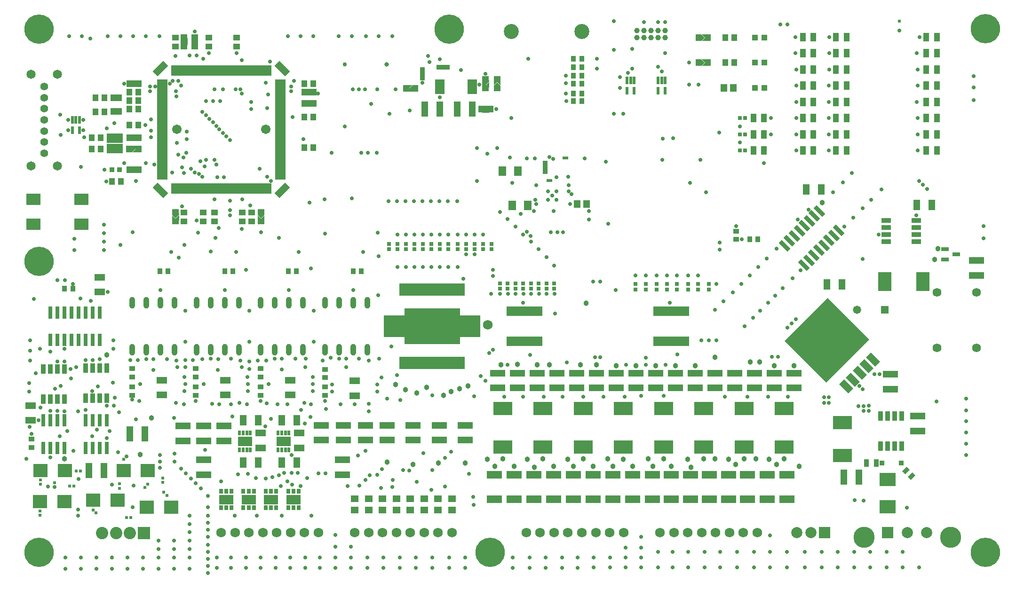
<source format=gts>
G04*
G04 #@! TF.GenerationSoftware,Altium Limited,Altium Designer,19.1.5 (86)*
G04*
G04 Layer_Color=8388736*
%FSLAX25Y25*%
%MOIN*%
G70*
G01*
G75*
%ADD46R,0.03937X0.03937*%
%ADD79R,0.02375X0.05524*%
%ADD80R,0.04587X0.03800*%
%ADD81R,0.03800X0.04587*%
%ADD82R,0.04800X0.04000*%
%ADD83R,0.06607X0.02572*%
%ADD84R,0.04000X0.04800*%
%ADD85R,0.05131X0.11036*%
%ADD86R,0.15800X0.15800*%
%ADD87R,0.39383X0.25210*%
%ADD88R,0.02572X0.08674*%
%ADD89R,0.03000X0.08600*%
G04:AMPARAMS|DCode=90|XSize=85.56mil|YSize=31.23mil|CornerRadius=0mil|HoleSize=0mil|Usage=FLASHONLY|Rotation=315.000|XOffset=0mil|YOffset=0mil|HoleType=Round|Shape=Rectangle|*
%AMROTATEDRECTD90*
4,1,4,-0.04129,0.01921,-0.01921,0.04129,0.04129,-0.01921,0.01921,-0.04129,-0.04129,0.01921,0.0*
%
%ADD90ROTATEDRECTD90*%

%ADD91R,0.03359X0.06804*%
%ADD92R,0.05721X0.03162*%
%ADD93R,0.06804X0.03359*%
%ADD94R,0.04343X0.06312*%
%ADD95R,0.02769X0.03162*%
%ADD96R,0.02513X0.06686*%
%ADD97R,0.09855X0.07887*%
%ADD98R,0.04343X0.04737*%
%ADD99R,0.03800X0.03800*%
G04:AMPARAMS|DCode=100|XSize=47.37mil|YSize=106.42mil|CornerRadius=0mil|HoleSize=0mil|Usage=FLASHONLY|Rotation=225.000|XOffset=0mil|YOffset=0mil|HoleType=Round|Shape=Rectangle|*
%AMROTATEDRECTD100*
4,1,4,-0.02088,0.05438,0.05438,-0.02088,0.02088,-0.05438,-0.05438,0.02088,-0.02088,0.05438,0.0*
%
%ADD100ROTATEDRECTD100*%

G04:AMPARAMS|DCode=101|XSize=47.37mil|YSize=106.42mil|CornerRadius=0mil|HoleSize=0mil|Usage=FLASHONLY|Rotation=315.000|XOffset=0mil|YOffset=0mil|HoleType=Round|Shape=Rectangle|*
%AMROTATEDRECTD101*
4,1,4,-0.05438,-0.02088,0.02088,0.05438,0.05438,0.02088,-0.02088,-0.05438,-0.05438,-0.02088,0.0*
%
%ADD101ROTATEDRECTD101*%

%ADD102R,0.07296X0.01981*%
%ADD103R,0.01981X0.07296*%
%ADD104R,0.07887X0.04737*%
%ADD105R,0.11430X0.06706*%
%ADD106R,0.05800X0.06800*%
%ADD107C,0.03937*%
%ADD108R,0.03740X0.05512*%
G04:AMPARAMS|DCode=109|XSize=43.31mil|YSize=29.13mil|CornerRadius=0mil|HoleSize=0mil|Usage=FLASHONLY|Rotation=225.000|XOffset=0mil|YOffset=0mil|HoleType=Round|Shape=Rectangle|*
%AMROTATEDRECTD109*
4,1,4,0.00501,0.02561,0.02561,0.00501,-0.00501,-0.02561,-0.02561,-0.00501,0.00501,0.02561,0.0*
%
%ADD109ROTATEDRECTD109*%

%ADD110R,0.11824X0.09265*%
%ADD111R,0.03674X0.03792*%
G04:AMPARAMS|DCode=112|XSize=93.04mil|YSize=50.13mil|CornerRadius=0mil|HoleSize=0mil|Usage=FLASHONLY|Rotation=315.000|XOffset=0mil|YOffset=0mil|HoleType=Round|Shape=Rectangle|*
%AMROTATEDRECTD112*
4,1,4,-0.05062,0.01517,-0.01517,0.05062,0.05062,-0.01517,0.01517,-0.05062,-0.05062,0.01517,0.0*
%
%ADD112ROTATEDRECTD112*%

G04:AMPARAMS|DCode=113|XSize=433.2mil|YSize=417.84mil|CornerRadius=0mil|HoleSize=0mil|Usage=FLASHONLY|Rotation=45.000|XOffset=0mil|YOffset=0mil|HoleType=Round|Shape=Rectangle|*
%AMROTATEDRECTD113*
4,1,4,-0.00543,-0.30089,-0.30089,-0.00543,0.00543,0.30089,0.30089,0.00543,-0.00543,-0.30089,0.0*
%
%ADD113ROTATEDRECTD113*%

%ADD114R,0.11036X0.05131*%
%ADD115R,0.13202X0.09658*%
%ADD116R,0.10249X0.07099*%
%ADD117R,0.02572X0.03753*%
%ADD118R,0.02178X0.03753*%
%ADD119R,0.07493X0.05131*%
%ADD120R,0.05800X0.04800*%
%ADD121R,0.05131X0.07493*%
%ADD122R,0.09658X0.13202*%
%ADD123R,0.03556X0.04343*%
%ADD124R,0.05131X0.05524*%
%ADD125R,0.04737X0.04343*%
%ADD126R,0.04343X0.03556*%
%ADD127R,0.11036X0.05524*%
%ADD128R,0.03162X0.02769*%
%ADD129R,0.03123X0.08556*%
%ADD130R,0.09855X0.09265*%
%ADD131O,0.04147X0.08280*%
%ADD132R,0.08772X0.08772*%
%ADD133C,0.08772*%
%ADD134C,0.06509*%
%ADD135C,0.05524*%
%ADD136C,0.05820*%
%ADD137R,0.05820X0.05820*%
%ADD138C,0.06237*%
%ADD139C,0.06800*%
%ADD140C,0.07887*%
%ADD141R,0.07887X0.07887*%
%ADD142C,0.06706*%
%ADD143C,0.02953*%
%ADD144C,0.03150*%
%ADD145C,0.10642*%
%ADD146C,0.00394*%
%ADD147C,0.14973*%
%ADD148C,0.20800*%
%ADD149C,0.02400*%
%ADD150C,0.02800*%
%ADD151C,0.03800*%
G36*
X84125Y294000D02*
Y291600D01*
X80325D01*
X82725Y294000D01*
X80325Y296400D01*
X84125D01*
Y294000D01*
D02*
G37*
G36*
X82525D02*
X80125Y291600D01*
X79125D01*
Y296400D01*
X80125D01*
X82525Y294000D01*
D02*
G37*
G36*
X84000Y308500D02*
Y306100D01*
X80200D01*
X82600Y308500D01*
X80200Y310900D01*
X84000D01*
Y308500D01*
D02*
G37*
G36*
X82400D02*
X80000Y306100D01*
X79000D01*
Y310900D01*
X80000D01*
X82400Y308500D01*
D02*
G37*
G36*
X113400Y261875D02*
X111000Y259475D01*
X108600Y261875D01*
Y262875D01*
X113400D01*
Y261875D01*
D02*
G37*
G36*
Y257875D02*
X108600D01*
Y261675D01*
X111000Y259275D01*
X113400Y261675D01*
Y257875D01*
D02*
G37*
G36*
X173900Y261875D02*
X171500Y259475D01*
X169100Y261875D01*
Y262875D01*
X173900D01*
Y261875D01*
D02*
G37*
G36*
Y257875D02*
X169100D01*
Y261675D01*
X171500Y259275D01*
X173900Y261675D01*
Y257875D01*
D02*
G37*
G36*
X84125Y316500D02*
Y314100D01*
X80325D01*
X82725Y316500D01*
X80325Y318900D01*
X84125D01*
Y316500D01*
D02*
G37*
G36*
X82525D02*
X80125Y314100D01*
X79125D01*
Y318900D01*
X80125D01*
X82525Y316500D01*
D02*
G37*
G36*
X84125Y355000D02*
Y352600D01*
X80325D01*
X82725Y355000D01*
X80325Y357400D01*
X84125D01*
Y355000D01*
D02*
G37*
G36*
X82525D02*
X80125Y352600D01*
X79125D01*
Y357400D01*
X80125D01*
X82525Y355000D01*
D02*
G37*
G36*
X119400Y383325D02*
X117000Y385725D01*
X114600Y383325D01*
Y387125D01*
X119400D01*
Y383325D01*
D02*
G37*
G36*
Y383125D02*
Y382125D01*
X114600D01*
Y383125D01*
X117000Y385525D01*
X119400Y383125D01*
D02*
G37*
G36*
X126900Y383325D02*
X124500Y385725D01*
X122100Y383325D01*
Y387125D01*
X126900D01*
Y383325D01*
D02*
G37*
G36*
Y383125D02*
Y382125D01*
X122100D01*
Y383125D01*
X124500Y385525D01*
X126900Y383125D01*
D02*
G37*
G36*
X487625Y387500D02*
Y385100D01*
X483825D01*
X486225Y387500D01*
X483825Y389900D01*
X487625D01*
Y387500D01*
D02*
G37*
G36*
X486025D02*
X483625Y385100D01*
X482625D01*
Y389900D01*
X483625D01*
X486025Y387500D01*
D02*
G37*
G36*
X487625Y370000D02*
Y367600D01*
X483825D01*
X486225Y370000D01*
X483825Y372400D01*
X487625D01*
Y370000D01*
D02*
G37*
G36*
X486025D02*
X483625Y367600D01*
X482625D01*
Y372400D01*
X483625D01*
X486025Y370000D01*
D02*
G37*
G36*
X333100Y356275D02*
X330700Y353875D01*
X328300Y356275D01*
Y357275D01*
X333100D01*
Y356275D01*
D02*
G37*
G36*
X341300Y353725D02*
X338900Y356125D01*
X336500Y353725D01*
Y357525D01*
X341300D01*
Y353725D01*
D02*
G37*
G36*
X333100Y352275D02*
X328300D01*
Y356075D01*
X330700Y353675D01*
X333100Y356075D01*
Y352275D01*
D02*
G37*
G36*
X341300Y353525D02*
Y352525D01*
X336500D01*
Y353525D01*
X338900Y355925D01*
X341300Y353525D01*
D02*
G37*
G36*
X279996Y349179D02*
X278996D01*
X276596Y351579D01*
X278996Y353979D01*
X279996D01*
Y349179D01*
D02*
G37*
G36*
X276396Y351579D02*
X278796Y349179D01*
X274996D01*
Y351579D01*
Y353979D01*
X278796D01*
X276396Y351579D01*
D02*
G37*
G36*
X208125Y349000D02*
Y346600D01*
X204325D01*
X206725Y349000D01*
X204325Y351400D01*
X208125D01*
Y349000D01*
D02*
G37*
G36*
X206525D02*
X204125Y346600D01*
X203125D01*
Y351400D01*
X204125D01*
X206525Y349000D01*
D02*
G37*
G36*
X208125Y341000D02*
Y338600D01*
X204325D01*
X206725Y341000D01*
X204325Y343400D01*
X208125D01*
Y341000D01*
D02*
G37*
G36*
X206525D02*
X204125Y338600D01*
X203125D01*
Y343400D01*
X204125D01*
X206525Y341000D01*
D02*
G37*
G36*
X333375Y334400D02*
X332375D01*
X329975Y336800D01*
X332375Y339200D01*
X333375D01*
Y334400D01*
D02*
G37*
G36*
X329775Y336800D02*
X332175Y334400D01*
X328375D01*
Y336800D01*
Y339200D01*
X332175D01*
X329775Y336800D01*
D02*
G37*
D46*
X521698Y369784D02*
D03*
X528391D02*
D03*
X521698Y387557D02*
D03*
X528391D02*
D03*
Y352000D02*
D03*
X521698D02*
D03*
D79*
X42859Y329240D02*
D03*
X40300D02*
D03*
X37741D02*
D03*
Y321760D02*
D03*
X42859D02*
D03*
X458059Y349760D02*
D03*
X452941D02*
D03*
Y357240D02*
D03*
X455500D02*
D03*
X458059D02*
D03*
X436059D02*
D03*
X433500D02*
D03*
X430941D02*
D03*
Y349760D02*
D03*
X436059D02*
D03*
D80*
X298238Y366700D02*
D03*
X302962D02*
D03*
D81*
X286000Y364362D02*
D03*
Y359638D02*
D03*
X373000Y297862D02*
D03*
Y293138D02*
D03*
D82*
X338900Y351525D02*
D03*
Y358275D02*
D03*
X330700D02*
D03*
Y351525D02*
D03*
X124500Y387875D02*
D03*
Y381125D02*
D03*
X117000Y387875D02*
D03*
Y381125D02*
D03*
X171500Y257125D02*
D03*
Y263875D02*
D03*
X111000Y257125D02*
D03*
Y263875D02*
D03*
D83*
X298233Y348961D02*
D03*
Y351520D02*
D03*
Y354080D02*
D03*
Y356639D02*
D03*
X321367D02*
D03*
Y354080D02*
D03*
Y351520D02*
D03*
Y348961D02*
D03*
D84*
X280996Y351579D02*
D03*
X274246D02*
D03*
X334375Y336800D02*
D03*
X327625D02*
D03*
X488375Y370000D02*
D03*
X481625D02*
D03*
X488375Y387500D02*
D03*
X481625D02*
D03*
X208875Y341000D02*
D03*
X202125D02*
D03*
X208875Y349000D02*
D03*
X202125D02*
D03*
X84875Y294000D02*
D03*
X78125D02*
D03*
X84750Y308500D02*
D03*
X78000D02*
D03*
X84875Y316500D02*
D03*
X78125D02*
D03*
X84875Y355000D02*
D03*
X78125D02*
D03*
D85*
X310685Y336800D02*
D03*
X321315D02*
D03*
X287585D02*
D03*
X298215D02*
D03*
X584585Y76000D02*
D03*
X595215D02*
D03*
X49435Y80417D02*
D03*
X60065D02*
D03*
X78435Y106417D02*
D03*
X89065D02*
D03*
D86*
X266234Y182933D02*
D03*
X319234D02*
D03*
D87*
X292734D02*
D03*
D88*
X314486Y156949D02*
D03*
X311927D02*
D03*
X309368D02*
D03*
X306809D02*
D03*
X304250D02*
D03*
X301691D02*
D03*
X299132D02*
D03*
X296573D02*
D03*
X294014D02*
D03*
X291455D02*
D03*
X288896D02*
D03*
X286337D02*
D03*
X283778D02*
D03*
X281219D02*
D03*
X278660D02*
D03*
X276100D02*
D03*
X273541D02*
D03*
X270982D02*
D03*
Y208917D02*
D03*
X273541D02*
D03*
X276100D02*
D03*
X278660D02*
D03*
X281219D02*
D03*
X283778D02*
D03*
X286337D02*
D03*
X288896D02*
D03*
X291455D02*
D03*
X294014D02*
D03*
X296573D02*
D03*
X299132D02*
D03*
X301691D02*
D03*
X304250D02*
D03*
X306809D02*
D03*
X309368D02*
D03*
X311927D02*
D03*
X314486D02*
D03*
D89*
X62250Y96717D02*
D03*
X57250D02*
D03*
X52250D02*
D03*
X47250D02*
D03*
Y116117D02*
D03*
X52250D02*
D03*
X57250D02*
D03*
X62250D02*
D03*
X17250Y96717D02*
D03*
X22250D02*
D03*
X27250D02*
D03*
X32250D02*
D03*
Y116117D02*
D03*
X27250D02*
D03*
X22250D02*
D03*
X17250D02*
D03*
D90*
X567234Y264682D02*
D03*
X563699Y261146D02*
D03*
X560163Y257611D02*
D03*
X556628Y254075D02*
D03*
X553092Y250540D02*
D03*
X549557Y247004D02*
D03*
X546021Y243469D02*
D03*
X542486Y239933D02*
D03*
X556266Y226153D02*
D03*
X559801Y229688D02*
D03*
X563337Y233224D02*
D03*
X566872Y236759D02*
D03*
X570408Y240295D02*
D03*
X573943Y243830D02*
D03*
X577479Y247366D02*
D03*
X581014Y250902D02*
D03*
D91*
X32250Y131240D02*
D03*
X27250D02*
D03*
X22250D02*
D03*
X17250D02*
D03*
Y152594D02*
D03*
X22250D02*
D03*
X27250D02*
D03*
X32250D02*
D03*
X610500Y97823D02*
D03*
X615500D02*
D03*
X620500D02*
D03*
X625500D02*
D03*
Y119177D02*
D03*
X620500D02*
D03*
X615500D02*
D03*
X610500D02*
D03*
X62250Y153094D02*
D03*
X57250D02*
D03*
X52250D02*
D03*
X47250D02*
D03*
Y131740D02*
D03*
X52250D02*
D03*
X57250D02*
D03*
X62250D02*
D03*
D92*
X664187Y233917D02*
D03*
X656313Y230177D02*
D03*
Y237657D02*
D03*
D93*
X614573Y257917D02*
D03*
Y252917D02*
D03*
Y247917D02*
D03*
Y242917D02*
D03*
X635927D02*
D03*
Y247917D02*
D03*
Y252917D02*
D03*
Y257917D02*
D03*
D94*
X586490Y307417D02*
D03*
X579010D02*
D03*
Y318917D02*
D03*
X586490D02*
D03*
X579010Y330417D02*
D03*
X586490D02*
D03*
X579010Y341917D02*
D03*
X586490D02*
D03*
X579010Y353417D02*
D03*
X586490D02*
D03*
X579010Y364917D02*
D03*
X586490D02*
D03*
X579010Y376417D02*
D03*
X586490D02*
D03*
X579010Y387917D02*
D03*
X586490D02*
D03*
X527990Y330417D02*
D03*
X520510D02*
D03*
X527990Y318917D02*
D03*
X520510D02*
D03*
X527990Y307417D02*
D03*
X520510D02*
D03*
X643010Y387917D02*
D03*
X650490D02*
D03*
X643010Y376417D02*
D03*
X650490D02*
D03*
X643010Y364917D02*
D03*
X650490D02*
D03*
X643010Y353417D02*
D03*
X650490D02*
D03*
X643010Y341917D02*
D03*
X650490D02*
D03*
X643010Y330417D02*
D03*
X650490D02*
D03*
X643010Y307417D02*
D03*
X650490D02*
D03*
X643010Y318917D02*
D03*
X650490D02*
D03*
X555510Y307417D02*
D03*
X562990D02*
D03*
X555510Y318917D02*
D03*
X562990D02*
D03*
X555510Y330417D02*
D03*
X562990D02*
D03*
X555510Y341917D02*
D03*
X562990D02*
D03*
X555510Y353417D02*
D03*
X562990D02*
D03*
X555510Y364917D02*
D03*
X562990D02*
D03*
X555510Y376417D02*
D03*
X562990D02*
D03*
X555510Y387917D02*
D03*
X562990D02*
D03*
D95*
X488750Y208949D02*
D03*
Y212886D02*
D03*
X459250D02*
D03*
Y208949D02*
D03*
X451750Y212886D02*
D03*
Y208949D02*
D03*
X444250Y212886D02*
D03*
Y208949D02*
D03*
X436750Y212886D02*
D03*
Y208949D02*
D03*
X481250Y212886D02*
D03*
Y208949D02*
D03*
X474250Y212886D02*
D03*
Y208949D02*
D03*
X466250Y212886D02*
D03*
Y208949D02*
D03*
X334750Y237449D02*
D03*
Y241386D02*
D03*
X328750D02*
D03*
Y237449D02*
D03*
X322750Y241386D02*
D03*
Y237449D02*
D03*
X316750Y241386D02*
D03*
Y237449D02*
D03*
X310750Y241386D02*
D03*
Y237449D02*
D03*
X304250Y241386D02*
D03*
Y237449D02*
D03*
X298250Y241386D02*
D03*
Y237449D02*
D03*
X292250Y241386D02*
D03*
Y237449D02*
D03*
X286250Y241386D02*
D03*
Y237449D02*
D03*
X280250Y241386D02*
D03*
Y237449D02*
D03*
X274250Y241386D02*
D03*
Y237449D02*
D03*
X268250Y241386D02*
D03*
Y237449D02*
D03*
X262250Y241386D02*
D03*
Y237449D02*
D03*
X379250Y213386D02*
D03*
Y209449D02*
D03*
X373750Y213386D02*
D03*
Y209449D02*
D03*
X368250Y213386D02*
D03*
Y209449D02*
D03*
X362750Y213386D02*
D03*
Y209449D02*
D03*
X357250Y213386D02*
D03*
Y209449D02*
D03*
X351750Y213386D02*
D03*
Y209449D02*
D03*
X346250Y213386D02*
D03*
Y209449D02*
D03*
X340750Y213386D02*
D03*
Y209449D02*
D03*
D96*
X450998Y172280D02*
D03*
X453502D02*
D03*
X455998D02*
D03*
X458502D02*
D03*
X460998D02*
D03*
X463502D02*
D03*
X465998D02*
D03*
X468502D02*
D03*
X470998D02*
D03*
X473502D02*
D03*
Y193555D02*
D03*
X470998D02*
D03*
X468502D02*
D03*
X465998D02*
D03*
X463502D02*
D03*
X460998D02*
D03*
X458502D02*
D03*
X455998D02*
D03*
X453502D02*
D03*
X450998D02*
D03*
X346998Y193571D02*
D03*
X349502D02*
D03*
X351998D02*
D03*
X354502D02*
D03*
X356998D02*
D03*
X359502D02*
D03*
X361998D02*
D03*
X364502D02*
D03*
X366998D02*
D03*
X369502D02*
D03*
Y172295D02*
D03*
X366998D02*
D03*
X364502D02*
D03*
X361998D02*
D03*
X359502D02*
D03*
X356998D02*
D03*
X354502D02*
D03*
X351998D02*
D03*
X349502D02*
D03*
X346998D02*
D03*
D97*
X10072Y272858D02*
D03*
X44128D02*
D03*
Y255142D02*
D03*
X10072D02*
D03*
D98*
X65850Y285500D02*
D03*
X72150D02*
D03*
X500441Y387500D02*
D03*
X506740D02*
D03*
X500441Y370000D02*
D03*
X506740D02*
D03*
X208650Y355000D02*
D03*
X202350D02*
D03*
X208650Y331358D02*
D03*
X202350D02*
D03*
X208650Y309705D02*
D03*
X202350D02*
D03*
X51725Y308500D02*
D03*
X58025D02*
D03*
X51725Y316500D02*
D03*
X58025D02*
D03*
X78350Y325500D02*
D03*
X84650D02*
D03*
X78350Y337000D02*
D03*
X84650D02*
D03*
X78350Y343000D02*
D03*
X84650D02*
D03*
X78350Y349000D02*
D03*
X84650D02*
D03*
X54350Y335000D02*
D03*
X60650D02*
D03*
X54350Y345000D02*
D03*
X60650D02*
D03*
D99*
X65750Y294000D02*
D03*
X71250D02*
D03*
D100*
X100350Y279350D02*
D03*
X186650Y365650D02*
D03*
D101*
Y279350D02*
D03*
X100350Y365650D02*
D03*
D102*
X101669Y356949D02*
D03*
Y354980D02*
D03*
Y353012D02*
D03*
Y351043D02*
D03*
Y349075D02*
D03*
Y347106D02*
D03*
Y345138D02*
D03*
Y343169D02*
D03*
Y341201D02*
D03*
Y339232D02*
D03*
Y337264D02*
D03*
Y335295D02*
D03*
Y333327D02*
D03*
Y331358D02*
D03*
Y329390D02*
D03*
Y327421D02*
D03*
Y325453D02*
D03*
Y323484D02*
D03*
Y321516D02*
D03*
Y319547D02*
D03*
Y317579D02*
D03*
Y315610D02*
D03*
Y313642D02*
D03*
Y311673D02*
D03*
Y309705D02*
D03*
Y307736D02*
D03*
Y305768D02*
D03*
Y303799D02*
D03*
Y301831D02*
D03*
Y299862D02*
D03*
Y297894D02*
D03*
Y295925D02*
D03*
Y293957D02*
D03*
Y291988D02*
D03*
Y290020D02*
D03*
Y288051D02*
D03*
X185331D02*
D03*
Y290020D02*
D03*
Y291988D02*
D03*
Y293957D02*
D03*
Y295925D02*
D03*
Y297894D02*
D03*
Y299862D02*
D03*
Y301831D02*
D03*
Y303799D02*
D03*
Y305768D02*
D03*
Y307736D02*
D03*
Y309705D02*
D03*
Y311673D02*
D03*
Y313642D02*
D03*
Y315610D02*
D03*
Y317579D02*
D03*
Y319547D02*
D03*
Y321516D02*
D03*
Y323484D02*
D03*
Y325453D02*
D03*
Y327421D02*
D03*
Y329390D02*
D03*
Y331358D02*
D03*
Y333327D02*
D03*
Y335295D02*
D03*
Y337264D02*
D03*
Y339232D02*
D03*
Y341201D02*
D03*
Y343169D02*
D03*
Y345138D02*
D03*
Y347106D02*
D03*
Y349075D02*
D03*
Y351043D02*
D03*
Y353012D02*
D03*
Y354980D02*
D03*
Y356949D02*
D03*
D103*
X109051Y280669D02*
D03*
X111020D02*
D03*
X112988D02*
D03*
X114957D02*
D03*
X116925D02*
D03*
X118894D02*
D03*
X120862D02*
D03*
X122831D02*
D03*
X124799D02*
D03*
X126768D02*
D03*
X128736D02*
D03*
X130705D02*
D03*
X132673D02*
D03*
X134642D02*
D03*
X136610D02*
D03*
X138579D02*
D03*
X140547D02*
D03*
X142516D02*
D03*
X144484D02*
D03*
X146453D02*
D03*
X148421D02*
D03*
X150390D02*
D03*
X152358D02*
D03*
X154327D02*
D03*
X156295D02*
D03*
X158264D02*
D03*
X160232D02*
D03*
X162201D02*
D03*
X164169D02*
D03*
X166138D02*
D03*
X168106D02*
D03*
X170075D02*
D03*
X172043D02*
D03*
X174012D02*
D03*
X175980D02*
D03*
X177949D02*
D03*
Y364331D02*
D03*
X175980D02*
D03*
X174012D02*
D03*
X172043D02*
D03*
X170075D02*
D03*
X168106D02*
D03*
X166138D02*
D03*
X164169D02*
D03*
X162201D02*
D03*
X160232D02*
D03*
X158264D02*
D03*
X156295D02*
D03*
X154327D02*
D03*
X152358D02*
D03*
X150390D02*
D03*
X148421D02*
D03*
X146453D02*
D03*
X144484D02*
D03*
X142516D02*
D03*
X140547D02*
D03*
X138579D02*
D03*
X136610D02*
D03*
X134642D02*
D03*
X132673D02*
D03*
X130705D02*
D03*
X128736D02*
D03*
X126768D02*
D03*
X124799D02*
D03*
X122831D02*
D03*
X120862D02*
D03*
X118894D02*
D03*
X116925D02*
D03*
X114957D02*
D03*
X112988D02*
D03*
X111020D02*
D03*
X109051D02*
D03*
D104*
X69000Y335079D02*
D03*
Y344921D02*
D03*
D105*
X67875Y316240D02*
D03*
Y308760D02*
D03*
D106*
X349500Y268500D02*
D03*
X360500D02*
D03*
X353500Y293000D02*
D03*
X342500D02*
D03*
D107*
X458000Y392500D02*
D03*
X453000D02*
D03*
X448000D02*
D03*
X443000D02*
D03*
X438000D02*
D03*
Y387500D02*
D03*
X443000D02*
D03*
X448000D02*
D03*
X453000D02*
D03*
X458000D02*
D03*
D108*
X600555Y86000D02*
D03*
X607445D02*
D03*
D109*
X632449Y76551D02*
D03*
X628551Y80449D02*
D03*
D110*
X615700Y54835D02*
D03*
Y74165D02*
D03*
D111*
X611709Y86000D02*
D03*
X625291D02*
D03*
D112*
X586302Y140302D02*
D03*
X591035Y145035D02*
D03*
X595767Y149767D02*
D03*
X600500Y154500D02*
D03*
X605233Y159233D02*
D03*
D113*
X572594Y172941D02*
D03*
D114*
X637000Y119215D02*
D03*
Y108585D02*
D03*
X617600Y138285D02*
D03*
Y148915D02*
D03*
X678500Y229415D02*
D03*
Y218785D02*
D03*
X549250Y149732D02*
D03*
Y139102D02*
D03*
X535250Y149732D02*
D03*
Y139102D02*
D03*
X521250Y149732D02*
D03*
Y139102D02*
D03*
X507250Y149732D02*
D03*
Y139102D02*
D03*
X493250Y149732D02*
D03*
Y139102D02*
D03*
X479250Y149732D02*
D03*
Y139102D02*
D03*
X465250Y149732D02*
D03*
Y139102D02*
D03*
X451250Y149732D02*
D03*
Y139102D02*
D03*
X229250Y88232D02*
D03*
Y77602D02*
D03*
X130750Y88232D02*
D03*
Y77602D02*
D03*
X245550Y102102D02*
D03*
Y112732D02*
D03*
X229900Y102102D02*
D03*
Y112732D02*
D03*
X214250Y102102D02*
D03*
Y112732D02*
D03*
X116250Y101602D02*
D03*
Y112232D02*
D03*
X130750Y101602D02*
D03*
Y112232D02*
D03*
X145250Y101602D02*
D03*
Y112232D02*
D03*
X316250Y112732D02*
D03*
Y102102D02*
D03*
X297750Y112732D02*
D03*
Y102102D02*
D03*
X279250Y112732D02*
D03*
Y102102D02*
D03*
X260750Y112732D02*
D03*
Y102102D02*
D03*
X437250Y149732D02*
D03*
Y139102D02*
D03*
X423250Y149732D02*
D03*
Y139102D02*
D03*
X409250Y149732D02*
D03*
Y139102D02*
D03*
X395250Y149732D02*
D03*
Y139102D02*
D03*
X381250Y149732D02*
D03*
Y139102D02*
D03*
X367250Y149732D02*
D03*
Y139102D02*
D03*
X353250Y149732D02*
D03*
Y139102D02*
D03*
X339250Y149732D02*
D03*
Y139102D02*
D03*
D115*
X583700Y114614D02*
D03*
Y91386D02*
D03*
X456750Y124500D02*
D03*
Y97335D02*
D03*
X485250D02*
D03*
Y124500D02*
D03*
X513750Y97335D02*
D03*
Y124500D02*
D03*
X542250Y97335D02*
D03*
Y124500D02*
D03*
X371250D02*
D03*
Y97335D02*
D03*
X342750D02*
D03*
Y124500D02*
D03*
X399750Y97335D02*
D03*
Y124500D02*
D03*
X428250Y97252D02*
D03*
Y124417D02*
D03*
D116*
X162793Y60000D02*
D03*
X160120Y101195D02*
D03*
X187521D02*
D03*
X194500Y60000D02*
D03*
X178647D02*
D03*
X146940D02*
D03*
D117*
X159053Y65905D02*
D03*
X162793D02*
D03*
X166534D02*
D03*
Y54094D02*
D03*
X162793D02*
D03*
X159053D02*
D03*
X190760D02*
D03*
X194500D02*
D03*
X198240D02*
D03*
Y65905D02*
D03*
X194500D02*
D03*
X190760D02*
D03*
X174907Y54094D02*
D03*
X178647D02*
D03*
X182387D02*
D03*
Y65905D02*
D03*
X178647D02*
D03*
X174907D02*
D03*
X143200Y54094D02*
D03*
X146940D02*
D03*
X150680D02*
D03*
Y65905D02*
D03*
X146940D02*
D03*
X143200D02*
D03*
D118*
X163959Y95289D02*
D03*
X161400D02*
D03*
X158841D02*
D03*
X156282D02*
D03*
Y107100D02*
D03*
X158841D02*
D03*
X161400D02*
D03*
X163959D02*
D03*
X191359D02*
D03*
X188800D02*
D03*
X186241D02*
D03*
X183682D02*
D03*
Y95289D02*
D03*
X186241D02*
D03*
X188800D02*
D03*
X191359D02*
D03*
D119*
X171100Y96485D02*
D03*
Y107115D02*
D03*
X198700D02*
D03*
Y96485D02*
D03*
X8250Y116102D02*
D03*
Y126732D02*
D03*
X57250Y207102D02*
D03*
Y217732D02*
D03*
X237750Y144232D02*
D03*
Y133602D02*
D03*
X192250Y144732D02*
D03*
Y134102D02*
D03*
X146250Y144732D02*
D03*
Y134102D02*
D03*
X101250Y144732D02*
D03*
Y134102D02*
D03*
D120*
X267428Y60600D02*
D03*
Y52600D02*
D03*
X257586Y60600D02*
D03*
Y52600D02*
D03*
X247743Y60600D02*
D03*
Y52600D02*
D03*
X237900Y60600D02*
D03*
Y52600D02*
D03*
X306800D02*
D03*
Y60600D02*
D03*
X296957Y52600D02*
D03*
Y60600D02*
D03*
X287114Y52600D02*
D03*
Y60600D02*
D03*
X277271Y52600D02*
D03*
Y60600D02*
D03*
D121*
X196915Y86200D02*
D03*
X186285D02*
D03*
X169615D02*
D03*
X158985D02*
D03*
X196815Y116100D02*
D03*
X186185D02*
D03*
X169515D02*
D03*
X158885D02*
D03*
X646815Y269000D02*
D03*
X636185D02*
D03*
X583065Y212417D02*
D03*
X572435D02*
D03*
X557935Y279917D02*
D03*
X568565D02*
D03*
D122*
X640583Y214500D02*
D03*
X613417D02*
D03*
D123*
X398953Y372500D02*
D03*
X393047D02*
D03*
X398953Y366500D02*
D03*
X393047D02*
D03*
X398953Y360500D02*
D03*
X393047D02*
D03*
X398953Y355000D02*
D03*
X393047D02*
D03*
X398953Y348000D02*
D03*
X393047D02*
D03*
X398953Y342500D02*
D03*
X393047D02*
D03*
X523703Y244417D02*
D03*
X517797D02*
D03*
X190797Y221917D02*
D03*
X196703D02*
D03*
X145797D02*
D03*
X151703D02*
D03*
X236797D02*
D03*
X242703D02*
D03*
X99797D02*
D03*
X105703D02*
D03*
X38203Y209417D02*
D03*
X32297D02*
D03*
D124*
X506347Y352000D02*
D03*
X499653D02*
D03*
X402347Y269500D02*
D03*
X395654D02*
D03*
D125*
X111000Y387650D02*
D03*
Y381350D02*
D03*
X134642Y387650D02*
D03*
Y381350D02*
D03*
X154327Y387650D02*
D03*
Y381350D02*
D03*
X165000Y257350D02*
D03*
Y263650D02*
D03*
X158264Y257350D02*
D03*
Y263650D02*
D03*
X138579Y257350D02*
D03*
Y263650D02*
D03*
X130705D02*
D03*
Y257350D02*
D03*
X117000D02*
D03*
Y263650D02*
D03*
D126*
X508250Y250370D02*
D03*
Y244465D02*
D03*
X8750Y102870D02*
D03*
Y96965D02*
D03*
X216750Y146465D02*
D03*
Y152370D02*
D03*
X216750Y139870D02*
D03*
Y133965D02*
D03*
X171250Y146965D02*
D03*
Y152870D02*
D03*
X171250Y139870D02*
D03*
Y133965D02*
D03*
X125250Y146965D02*
D03*
Y152870D02*
D03*
X125250Y139870D02*
D03*
Y133965D02*
D03*
X80250D02*
D03*
Y139870D02*
D03*
X80250Y152870D02*
D03*
Y146965D02*
D03*
D127*
X544250Y60256D02*
D03*
Y77579D02*
D03*
X530250Y60256D02*
D03*
Y77579D02*
D03*
X516250Y60256D02*
D03*
Y77579D02*
D03*
X502750Y60256D02*
D03*
Y77579D02*
D03*
X489250Y60256D02*
D03*
Y77579D02*
D03*
X475750Y60256D02*
D03*
Y77579D02*
D03*
X462250Y60256D02*
D03*
Y77579D02*
D03*
X448750Y60256D02*
D03*
Y77579D02*
D03*
X378750Y60256D02*
D03*
Y77579D02*
D03*
X434750Y60256D02*
D03*
Y77579D02*
D03*
X420750Y60256D02*
D03*
Y77579D02*
D03*
X406750Y60256D02*
D03*
Y77579D02*
D03*
X392750Y60256D02*
D03*
Y77579D02*
D03*
X364750Y60256D02*
D03*
Y77579D02*
D03*
X350750Y60256D02*
D03*
Y77579D02*
D03*
X336750Y60256D02*
D03*
Y77579D02*
D03*
D128*
X510781Y330417D02*
D03*
X514718D02*
D03*
X510781Y318917D02*
D03*
X514718D02*
D03*
X510781Y307417D02*
D03*
X514718D02*
D03*
D129*
X57250Y173189D02*
D03*
X52250D02*
D03*
X47250D02*
D03*
X42250D02*
D03*
X37250D02*
D03*
X32250D02*
D03*
X27250D02*
D03*
X22250D02*
D03*
Y192677D02*
D03*
X27250D02*
D03*
X32250D02*
D03*
X37250D02*
D03*
X42250D02*
D03*
X47250D02*
D03*
X52250D02*
D03*
X57250D02*
D03*
D130*
X90589Y54417D02*
D03*
X107911D02*
D03*
X69911Y59417D02*
D03*
X52589D02*
D03*
X14839Y58500D02*
D03*
X32161D02*
D03*
X32411Y80417D02*
D03*
X15089D02*
D03*
X74285D02*
D03*
X91215D02*
D03*
D131*
X246750Y199453D02*
D03*
X236750D02*
D03*
X226750D02*
D03*
X216750D02*
D03*
X246750Y166382D02*
D03*
X236750D02*
D03*
X226750D02*
D03*
X216750D02*
D03*
X125750D02*
D03*
X135750D02*
D03*
X145750D02*
D03*
X155750D02*
D03*
X125750Y199453D02*
D03*
X135750D02*
D03*
X145750D02*
D03*
X155750D02*
D03*
X80250Y166398D02*
D03*
X90250D02*
D03*
X100250D02*
D03*
X110250D02*
D03*
X80250Y199469D02*
D03*
X90250D02*
D03*
X100250D02*
D03*
X110250D02*
D03*
X201250Y199453D02*
D03*
X191250D02*
D03*
X181250D02*
D03*
X171250D02*
D03*
X201250Y166382D02*
D03*
X191250D02*
D03*
X181250D02*
D03*
X171250D02*
D03*
D132*
X88428Y36400D02*
D03*
D133*
X78585D02*
D03*
X68743D02*
D03*
X58900D02*
D03*
D134*
X27350Y361680D02*
D03*
Y296720D02*
D03*
X8650Y361680D02*
D03*
Y296720D02*
D03*
D135*
X18000Y352822D02*
D03*
Y344948D02*
D03*
Y337074D02*
D03*
Y329200D02*
D03*
Y321326D02*
D03*
Y313452D02*
D03*
Y305578D02*
D03*
D136*
X593815Y194500D02*
D03*
D137*
X613500D02*
D03*
D138*
X650500Y167630D02*
D03*
Y207000D02*
D03*
X678500D02*
D03*
Y167630D02*
D03*
D139*
X454250Y36417D02*
D03*
X464092D02*
D03*
X473935D02*
D03*
X483778D02*
D03*
X493620D02*
D03*
X503463D02*
D03*
X513305D02*
D03*
X523148D02*
D03*
X265750Y182917D02*
D03*
X318750D02*
D03*
X307750Y174417D02*
D03*
X300250D02*
D03*
X292250D02*
D03*
X285250D02*
D03*
X277250D02*
D03*
X307250Y182917D02*
D03*
X299750D02*
D03*
X292250D02*
D03*
X284750D02*
D03*
X277250D02*
D03*
X307250Y191417D02*
D03*
X299750D02*
D03*
X292250D02*
D03*
X284750D02*
D03*
X277250D02*
D03*
X212120Y36417D02*
D03*
X202278D02*
D03*
X192435D02*
D03*
X182592D02*
D03*
X172750D02*
D03*
X162908D02*
D03*
X153065D02*
D03*
X143222D02*
D03*
X428420D02*
D03*
X418578D02*
D03*
X408735D02*
D03*
X398892D02*
D03*
X389050D02*
D03*
X379207D02*
D03*
X369365D02*
D03*
X359522D02*
D03*
X306905D02*
D03*
X297063D02*
D03*
X287220D02*
D03*
X277378D02*
D03*
X267535D02*
D03*
X257693D02*
D03*
X247850D02*
D03*
X238007D02*
D03*
X332250Y183917D02*
D03*
D140*
X551315Y36500D02*
D03*
X561158D02*
D03*
X643280Y36630D02*
D03*
X629500D02*
D03*
D141*
X571000Y36500D02*
D03*
X615721Y36630D02*
D03*
D142*
X174996Y322500D02*
D03*
X112003Y322501D02*
D03*
D143*
X230752Y368417D02*
D03*
D144*
X260476D02*
D03*
D145*
X349000Y392000D02*
D03*
X399000D02*
D03*
D146*
X463000Y390000D02*
D03*
X433000Y386004D02*
D03*
Y393996D02*
D03*
D147*
X660209Y33087D02*
D03*
X598791D02*
D03*
D148*
X684750Y393917D02*
D03*
X14250Y22417D02*
D03*
Y228917D02*
D03*
X304750Y393417D02*
D03*
X684748Y22417D02*
D03*
X14250Y393417D02*
D03*
X334000Y22417D02*
D03*
D149*
X623900Y399100D02*
D03*
X71300Y71300D02*
D03*
X104900Y62800D02*
D03*
X102500Y65200D02*
D03*
X89100Y68700D02*
D03*
X91215Y70815D02*
D03*
X25100Y71800D02*
D03*
X38800Y69500D02*
D03*
X43700Y80400D02*
D03*
X40600D02*
D03*
X74200Y88500D02*
D03*
X35900Y69500D02*
D03*
X71300Y68000D02*
D03*
X79250Y47400D02*
D03*
X101900Y72200D02*
D03*
Y75100D02*
D03*
X76300Y47400D02*
D03*
X54694Y50506D02*
D03*
X15089Y71011D02*
D03*
X15100Y73900D02*
D03*
X14839Y48961D02*
D03*
X14800Y52000D02*
D03*
X52589Y52611D02*
D03*
X377003Y286300D02*
D03*
X374903D02*
D03*
X386200Y302100D02*
D03*
X388300D02*
D03*
D150*
X76300Y90600D02*
D03*
X22250Y89917D02*
D03*
X25100Y68900D02*
D03*
X65800Y70700D02*
D03*
X121750Y74917D02*
D03*
X125250Y71417D02*
D03*
X68000Y132200D02*
D03*
X20400Y69400D02*
D03*
X42200Y74600D02*
D03*
X175600Y128100D02*
D03*
X623900Y392600D02*
D03*
X671200Y91700D02*
D03*
Y131600D02*
D03*
Y99700D02*
D03*
Y107700D02*
D03*
Y115600D02*
D03*
Y123400D02*
D03*
X248400Y77100D02*
D03*
X257100Y81500D02*
D03*
X301800Y69300D02*
D03*
X292200Y66900D02*
D03*
X245400Y73800D02*
D03*
X256500Y68200D02*
D03*
X264400Y68800D02*
D03*
X276600Y80700D02*
D03*
X301800Y89600D02*
D03*
X322400Y133300D02*
D03*
X327200Y147700D02*
D03*
X267900Y148200D02*
D03*
X650200Y129500D02*
D03*
X629100Y54100D02*
D03*
X598400Y59300D02*
D03*
X592200Y59500D02*
D03*
X683600Y245300D02*
D03*
Y253900D02*
D03*
X676700Y343300D02*
D03*
Y352100D02*
D03*
X676500Y360400D02*
D03*
X544700Y396800D02*
D03*
X539600D02*
D03*
X496200Y320300D02*
D03*
X486900Y277900D02*
D03*
X496700Y237200D02*
D03*
X335800Y222900D02*
D03*
X335900Y218500D02*
D03*
X254100Y249300D02*
D03*
X10400Y202400D02*
D03*
X338900Y309200D02*
D03*
X324600D02*
D03*
X322100Y56300D02*
D03*
X322000Y62000D02*
D03*
X417700Y255500D02*
D03*
X422800Y208700D02*
D03*
X496700Y242400D02*
D03*
X135900Y236000D02*
D03*
X113200Y231600D02*
D03*
X67400Y326900D02*
D03*
X43800Y296000D02*
D03*
X421500Y399400D02*
D03*
Y378800D02*
D03*
X428200Y333500D02*
D03*
X421500D02*
D03*
X481500Y354400D02*
D03*
X475000D02*
D03*
X463400Y316100D02*
D03*
X456300Y316000D02*
D03*
X415900Y299700D02*
D03*
X217700Y124100D02*
D03*
X200000Y123500D02*
D03*
X151300Y119000D02*
D03*
X380800Y288600D02*
D03*
X411900Y214600D02*
D03*
X389300Y288800D02*
D03*
X378500Y301500D02*
D03*
X361000Y372500D02*
D03*
X331900Y305200D02*
D03*
X324400Y285800D02*
D03*
X538000Y161347D02*
D03*
X533453Y161347D02*
D03*
X50500Y386900D02*
D03*
X488850Y172900D02*
D03*
X483500D02*
D03*
X494200D02*
D03*
X388200Y157100D02*
D03*
X335800Y166200D02*
D03*
X333200Y163800D02*
D03*
X256750Y146417D02*
D03*
X231750Y159917D02*
D03*
X346250Y155417D02*
D03*
X535750Y204417D02*
D03*
X362250Y162417D02*
D03*
X240884Y159800D02*
D03*
X643600Y280200D02*
D03*
X640700Y283100D02*
D03*
X637800Y286000D02*
D03*
X276900Y336000D02*
D03*
X253500Y306000D02*
D03*
X216400Y273000D02*
D03*
X140500Y288500D02*
D03*
X290800Y370200D02*
D03*
X247200Y306000D02*
D03*
X205800Y270500D02*
D03*
X242600Y306000D02*
D03*
X298300Y372100D02*
D03*
X387700Y348000D02*
D03*
X130700Y372700D02*
D03*
X132500Y332500D02*
D03*
X130000Y335000D02*
D03*
X135000Y330000D02*
D03*
X131700Y296400D02*
D03*
X348900Y330500D02*
D03*
X387900Y342500D02*
D03*
X221600Y305800D02*
D03*
X387700Y355100D02*
D03*
X177900Y370600D02*
D03*
X387500Y360600D02*
D03*
X192900Y349500D02*
D03*
X192988Y353012D02*
D03*
X140000Y297500D02*
D03*
X406900Y214500D02*
D03*
X149500Y261500D02*
D03*
Y272000D02*
D03*
X149400Y265300D02*
D03*
X35000Y329200D02*
D03*
X176700Y347100D02*
D03*
X175900Y337600D02*
D03*
X174800Y355600D02*
D03*
X46100Y316900D02*
D03*
X111400Y345900D02*
D03*
X62100Y323100D02*
D03*
X111300Y349500D02*
D03*
X35000Y321800D02*
D03*
X29300Y332800D02*
D03*
X29400Y318600D02*
D03*
X45600Y321800D02*
D03*
Y329300D02*
D03*
X313200Y364500D02*
D03*
X330700Y362000D02*
D03*
X338100Y336800D02*
D03*
X298200Y345300D02*
D03*
X326300Y354100D02*
D03*
X574000Y128500D02*
D03*
X570500D02*
D03*
X574000Y132700D02*
D03*
X570500D02*
D03*
X606094Y148915D02*
D03*
X610000Y148900D02*
D03*
X595400Y140700D02*
D03*
X597900Y138200D02*
D03*
X602300Y122900D02*
D03*
X598700D02*
D03*
X602200Y126500D02*
D03*
X598600Y126400D02*
D03*
X595000D02*
D03*
X202566Y113848D02*
D03*
X174700Y111900D02*
D03*
X412000Y161000D02*
D03*
X408100Y160900D02*
D03*
X193100Y91600D02*
D03*
X203316Y159942D02*
D03*
X178600Y117400D02*
D03*
X318800Y78400D02*
D03*
X241250Y69917D02*
D03*
X185500Y69600D02*
D03*
X179700Y76000D02*
D03*
X199400Y69700D02*
D03*
X193500Y70600D02*
D03*
X197700Y78800D02*
D03*
X193148D02*
D03*
X188000D02*
D03*
X240100Y91400D02*
D03*
X204100Y75400D02*
D03*
X190300Y72800D02*
D03*
X206400Y118500D02*
D03*
X184300Y77200D02*
D03*
X174907Y74900D02*
D03*
X162100Y78300D02*
D03*
X131900Y95300D02*
D03*
X167800Y75200D02*
D03*
X232800Y69600D02*
D03*
X133750Y12917D02*
D03*
X153000Y48500D02*
D03*
X143250Y72878D02*
D03*
X171250Y18917D02*
D03*
Y11417D02*
D03*
X636000Y261500D02*
D03*
X530750Y199417D02*
D03*
X458000Y398500D02*
D03*
X409500Y372500D02*
D03*
X458000Y376500D02*
D03*
X453000Y367000D02*
D03*
X409500Y365500D02*
D03*
X434500D02*
D03*
X431500Y362500D02*
D03*
X434500Y379500D02*
D03*
X426000Y352000D02*
D03*
X453000Y398500D02*
D03*
X426000Y359500D02*
D03*
X455500Y363500D02*
D03*
X443000Y398500D02*
D03*
X475000Y370000D02*
D03*
X126000Y375000D02*
D03*
X43500Y202500D02*
D03*
X108494Y291994D02*
D03*
X115500Y295500D02*
D03*
X128500Y300000D02*
D03*
X138500Y301000D02*
D03*
X116500Y302500D02*
D03*
X164500Y337000D02*
D03*
Y342000D02*
D03*
X132500Y342500D02*
D03*
X142500D02*
D03*
X137500D02*
D03*
X93500Y329500D02*
D03*
X158000Y371500D02*
D03*
X145200Y288600D02*
D03*
X141500Y252500D02*
D03*
X100250Y208417D02*
D03*
X145750D02*
D03*
X191250D02*
D03*
X236750D02*
D03*
X111500Y158500D02*
D03*
X157000D02*
D03*
X248000D02*
D03*
X375000Y272500D02*
D03*
X381000D02*
D03*
Y278500D02*
D03*
X375000D02*
D03*
X377921Y275520D02*
D03*
X510781Y313167D02*
D03*
X510781Y324667D02*
D03*
X483000Y301000D02*
D03*
X475500Y284500D02*
D03*
X456000Y301000D02*
D03*
X193841Y331358D02*
D03*
X286000Y355500D02*
D03*
X231000Y324500D02*
D03*
X249500Y340500D02*
D03*
X212000Y348000D02*
D03*
X124500Y392000D02*
D03*
X255000Y232500D02*
D03*
X80500Y249500D02*
D03*
X126750Y249359D02*
D03*
X171500Y249500D02*
D03*
X217000Y248500D02*
D03*
X60500Y294000D02*
D03*
X62000Y285500D02*
D03*
X74500Y298500D02*
D03*
X89500Y325500D02*
D03*
X74500Y355000D02*
D03*
X111000Y374500D02*
D03*
X134642Y376500D02*
D03*
X154327D02*
D03*
X137500Y327500D02*
D03*
X195051Y356949D02*
D03*
X390500Y269500D02*
D03*
X201500Y315500D02*
D03*
X115500Y268000D02*
D03*
X138500Y273000D02*
D03*
X158264D02*
D03*
X178500Y286000D02*
D03*
X176000Y289000D02*
D03*
X170500Y294500D02*
D03*
X127500Y291000D02*
D03*
X355500Y262500D02*
D03*
X351750Y253417D02*
D03*
X404000Y258500D02*
D03*
X117000Y291500D02*
D03*
X122000Y294500D02*
D03*
X365000Y264500D02*
D03*
X118500Y306000D02*
D03*
X113000Y304500D02*
D03*
X366500Y269500D02*
D03*
X349500Y284500D02*
D03*
X357250Y247917D02*
D03*
X360000Y250000D02*
D03*
X404000Y264500D02*
D03*
X366000Y272500D02*
D03*
X112000Y313000D02*
D03*
X138500Y351000D02*
D03*
X144500D02*
D03*
X158000Y348000D02*
D03*
X157000Y351000D02*
D03*
X365500Y302000D02*
D03*
X348000Y302500D02*
D03*
X391500Y276500D02*
D03*
X360000Y302000D02*
D03*
X366500Y283000D02*
D03*
X389500D02*
D03*
X401000Y302000D02*
D03*
X389500Y278500D02*
D03*
X124500Y292000D02*
D03*
X236000Y273500D02*
D03*
X381500Y249500D02*
D03*
X385500D02*
D03*
X377000D02*
D03*
X362500Y247000D02*
D03*
X552000Y258500D02*
D03*
X508250Y253917D02*
D03*
X379000Y264500D02*
D03*
X376000Y303000D02*
D03*
X253882Y351000D02*
D03*
X266874D02*
D03*
X245220D02*
D03*
X240890D02*
D03*
X236559D02*
D03*
X96000Y297500D02*
D03*
X83000Y286000D02*
D03*
X153500Y351000D02*
D03*
X559500Y265500D02*
D03*
X290000Y374500D02*
D03*
X262500Y333500D02*
D03*
X120884Y374915D02*
D03*
X90000Y298500D02*
D03*
X126000Y258000D02*
D03*
X164000Y268500D02*
D03*
X32500Y215500D02*
D03*
X140000Y325000D02*
D03*
X132500Y301000D02*
D03*
X51000Y201000D02*
D03*
X130000Y289000D02*
D03*
X139250Y245417D02*
D03*
X71779Y240417D02*
D03*
X93500Y317000D02*
D03*
X328750Y248000D02*
D03*
X147000Y317500D02*
D03*
X149500Y315000D02*
D03*
X144500Y320000D02*
D03*
X142000Y322500D02*
D03*
X119000Y315500D02*
D03*
X310500Y271500D02*
D03*
X314750Y216417D02*
D03*
X304000Y271500D02*
D03*
X298000D02*
D03*
X119000Y321029D02*
D03*
X292000Y271500D02*
D03*
X286000D02*
D03*
X96500Y353000D02*
D03*
X280000Y271500D02*
D03*
X274000D02*
D03*
X93500Y321500D02*
D03*
X268000Y271500D02*
D03*
X262000D02*
D03*
X379500Y206000D02*
D03*
X93000Y349500D02*
D03*
X115000Y353500D02*
D03*
X374000Y206000D02*
D03*
X93000Y353000D02*
D03*
X368500Y206000D02*
D03*
X109000Y357000D02*
D03*
X363000Y206000D02*
D03*
X107000Y355000D02*
D03*
X357500Y206000D02*
D03*
X352000D02*
D03*
X113000Y357000D02*
D03*
X346500Y206000D02*
D03*
X341000D02*
D03*
X157750Y251917D02*
D03*
X100000Y82500D02*
D03*
Y87000D02*
D03*
Y91500D02*
D03*
X32250Y166917D02*
D03*
Y157917D02*
D03*
X36500Y152500D02*
D03*
X14000Y116117D02*
D03*
X8751Y106500D02*
D03*
X29500Y140500D02*
D03*
X25500Y138500D02*
D03*
X37000Y146000D02*
D03*
X56000Y140370D02*
D03*
X52000Y137000D02*
D03*
X38500Y94500D02*
D03*
X15366Y125198D02*
D03*
X7500Y111500D02*
D03*
X22250Y122917D02*
D03*
X66500Y143000D02*
D03*
X264500Y388500D02*
D03*
X255000D02*
D03*
X246000D02*
D03*
X236000D02*
D03*
X226500D02*
D03*
X208500D02*
D03*
X199500D02*
D03*
X190500D02*
D03*
X99500D02*
D03*
X90000D02*
D03*
X81000D02*
D03*
X72000D02*
D03*
X63000D02*
D03*
X44500D02*
D03*
X35500D02*
D03*
X99000Y31000D02*
D03*
Y25000D02*
D03*
X110000Y31000D02*
D03*
Y25000D02*
D03*
X121000Y31000D02*
D03*
Y25000D02*
D03*
X33000Y11000D02*
D03*
X44000D02*
D03*
X55000D02*
D03*
X66000D02*
D03*
X77000D02*
D03*
X88000D02*
D03*
X99000D02*
D03*
X110000D02*
D03*
X121000D02*
D03*
X33000Y19000D02*
D03*
X44000D02*
D03*
X55000D02*
D03*
X66000D02*
D03*
X77000D02*
D03*
X88000D02*
D03*
X99000D02*
D03*
X110000D02*
D03*
X121000D02*
D03*
X544750Y132917D02*
D03*
X530750D02*
D03*
X516250D02*
D03*
X500250D02*
D03*
X609250Y247917D02*
D03*
X444250Y160417D02*
D03*
X456750Y133417D02*
D03*
X440750D02*
D03*
X458250Y155417D02*
D03*
X430250D02*
D03*
X444250D02*
D03*
X224250Y34917D02*
D03*
Y26417D02*
D03*
X235250D02*
D03*
X140250Y18917D02*
D03*
X150250D02*
D03*
X160750D02*
D03*
X181750D02*
D03*
X192250D02*
D03*
X202750D02*
D03*
X213250D02*
D03*
X224250D02*
D03*
X235250D02*
D03*
X246750D02*
D03*
X258250D02*
D03*
X269750D02*
D03*
X281250D02*
D03*
X292750D02*
D03*
X304750D02*
D03*
X316250D02*
D03*
X349750D02*
D03*
X361750D02*
D03*
X373250D02*
D03*
X384750D02*
D03*
X395750D02*
D03*
X407250D02*
D03*
X418750D02*
D03*
X452750Y22917D02*
D03*
X463250D02*
D03*
X474250D02*
D03*
X485750D02*
D03*
X496750D02*
D03*
X508750D02*
D03*
X520750D02*
D03*
X429750Y25917D02*
D03*
Y18917D02*
D03*
X440750Y33417D02*
D03*
Y25917D02*
D03*
Y18917D02*
D03*
X547500Y185000D02*
D03*
X550500Y188000D02*
D03*
X544500Y182000D02*
D03*
X591750Y22917D02*
D03*
X603250D02*
D03*
X614750D02*
D03*
X626250D02*
D03*
X580250D02*
D03*
X532250Y34417D02*
D03*
X568750Y22917D02*
D03*
X556750D02*
D03*
X544250D02*
D03*
X532250D02*
D03*
X637750Y11917D02*
D03*
X626250D02*
D03*
X614750D02*
D03*
X603250D02*
D03*
X591750D02*
D03*
X580250D02*
D03*
X568750D02*
D03*
X556750D02*
D03*
X544250D02*
D03*
X532250D02*
D03*
X520750D02*
D03*
X508750D02*
D03*
X496750D02*
D03*
X485750D02*
D03*
X474250D02*
D03*
X463250D02*
D03*
X452750D02*
D03*
X440750D02*
D03*
X584750Y253417D02*
D03*
X597750Y230417D02*
D03*
X512250Y244417D02*
D03*
X466600Y162800D02*
D03*
X597750Y266417D02*
D03*
X611250Y279917D02*
D03*
X591250Y259917D02*
D03*
X576750Y277917D02*
D03*
X603750Y272417D02*
D03*
X532750Y318917D02*
D03*
Y330417D02*
D03*
X527750Y298417D02*
D03*
X550250Y387917D02*
D03*
Y376417D02*
D03*
X550750Y364917D02*
D03*
Y353417D02*
D03*
Y341917D02*
D03*
Y330417D02*
D03*
Y318917D02*
D03*
Y307417D02*
D03*
X574250Y387917D02*
D03*
X436750Y218917D02*
D03*
X574250Y376417D02*
D03*
X444250Y218917D02*
D03*
X574250Y364917D02*
D03*
X451750Y218917D02*
D03*
X573750Y353417D02*
D03*
X459250Y218917D02*
D03*
X573750Y341917D02*
D03*
X466250Y218917D02*
D03*
X573750Y330417D02*
D03*
X474250Y218917D02*
D03*
X481250Y218956D02*
D03*
X573750Y318917D02*
D03*
Y307417D02*
D03*
X494250Y212917D02*
D03*
X461250Y199667D02*
D03*
X322750Y233917D02*
D03*
X316750D02*
D03*
X429750Y11917D02*
D03*
X418750D02*
D03*
X407250D02*
D03*
X395750Y11417D02*
D03*
X384750D02*
D03*
X373250D02*
D03*
X361750D02*
D03*
X349750D02*
D03*
X316250D02*
D03*
X304750D02*
D03*
X292750D02*
D03*
X281250D02*
D03*
X269750D02*
D03*
X258250D02*
D03*
X246750D02*
D03*
X235250D02*
D03*
X224250D02*
D03*
X213250D02*
D03*
X202750D02*
D03*
X192250D02*
D03*
X181750D02*
D03*
X160750D02*
D03*
X150250D02*
D03*
X140250D02*
D03*
X81200Y69800D02*
D03*
X80500Y54500D02*
D03*
X42000Y52800D02*
D03*
X121000Y37000D02*
D03*
Y42500D02*
D03*
X66750Y166917D02*
D03*
X7250Y136417D02*
D03*
X7750Y165417D02*
D03*
Y158417D02*
D03*
X40500Y154000D02*
D03*
X7250Y142417D02*
D03*
X66750Y172917D02*
D03*
X7750D02*
D03*
X5250Y88917D02*
D03*
X42000Y48700D02*
D03*
X121000Y48500D02*
D03*
X322750Y247917D02*
D03*
X316750D02*
D03*
X304250D02*
D03*
X310750D02*
D03*
X280250D02*
D03*
X274250D02*
D03*
X286250D02*
D03*
X298250D02*
D03*
X268250D02*
D03*
X292250D02*
D03*
X638289Y387917D02*
D03*
X160750Y222917D02*
D03*
X206750Y223917D02*
D03*
X39250Y236917D02*
D03*
Y244917D02*
D03*
X60250Y236917D02*
D03*
Y242917D02*
D03*
Y248917D02*
D03*
Y254917D02*
D03*
X590250Y291417D02*
D03*
X583750Y284917D02*
D03*
X536750Y237917D02*
D03*
X529750Y230917D02*
D03*
X523750Y224917D02*
D03*
X517750Y218917D02*
D03*
X511750Y212917D02*
D03*
X505750Y206917D02*
D03*
X499250Y200417D02*
D03*
X493250Y194417D02*
D03*
X553750Y222417D02*
D03*
X548250Y216917D02*
D03*
X541250Y209917D02*
D03*
X525250Y193917D02*
D03*
X520250Y188917D02*
D03*
X514250Y182917D02*
D03*
X330400Y144100D02*
D03*
X343750Y132917D02*
D03*
X357250D02*
D03*
X371750D02*
D03*
X385250D02*
D03*
X399750D02*
D03*
X414250D02*
D03*
X429250D02*
D03*
X212250Y78417D02*
D03*
X207250Y48500D02*
D03*
X186100D02*
D03*
X168700D02*
D03*
X133750Y7917D02*
D03*
Y17917D02*
D03*
Y22917D02*
D03*
Y27917D02*
D03*
Y33417D02*
D03*
Y38417D02*
D03*
Y43417D02*
D03*
Y48417D02*
D03*
Y54417D02*
D03*
X109750Y117917D02*
D03*
X110250Y92417D02*
D03*
Y86917D02*
D03*
X114750Y81917D02*
D03*
X118250Y78417D02*
D03*
X128750Y67917D02*
D03*
X133750Y62417D02*
D03*
X281750Y72417D02*
D03*
X245500Y94700D02*
D03*
X117750Y153917D02*
D03*
Y158917D02*
D03*
X163250Y152417D02*
D03*
Y157917D02*
D03*
X237750Y127417D02*
D03*
X247750Y122417D02*
D03*
X116800Y127417D02*
D03*
X95250Y151878D02*
D03*
X140750D02*
D03*
X186300Y152200D02*
D03*
X231750Y153917D02*
D03*
X150250Y127417D02*
D03*
X141750Y127417D02*
D03*
X161500Y127417D02*
D03*
X206750D02*
D03*
X190250Y127417D02*
D03*
X292750Y133917D02*
D03*
X270250Y130417D02*
D03*
X260750Y131417D02*
D03*
X357250Y199417D02*
D03*
X334500Y206000D02*
D03*
X254500Y205000D02*
D03*
X255250Y159917D02*
D03*
X22250Y164917D02*
D03*
X14750Y166917D02*
D03*
X47250Y158917D02*
D03*
X52250D02*
D03*
X117750Y193917D02*
D03*
X163250D02*
D03*
X208750D02*
D03*
X117750Y171917D02*
D03*
X163250D02*
D03*
X208750D02*
D03*
X82750Y116917D02*
D03*
X47250Y123417D02*
D03*
X62250Y103417D02*
D03*
X70750Y121917D02*
D03*
X51750Y104917D02*
D03*
X32250Y122417D02*
D03*
X28750Y104917D02*
D03*
X34250Y108417D02*
D03*
X27250Y122917D02*
D03*
X70250Y93417D02*
D03*
X55250Y109417D02*
D03*
X64250Y108417D02*
D03*
X67250Y126417D02*
D03*
X62250D02*
D03*
X41750Y122417D02*
D03*
X11750Y149417D02*
D03*
X27250Y157917D02*
D03*
X57250Y159417D02*
D03*
X263750Y168417D02*
D03*
X95250Y159417D02*
D03*
X104750D02*
D03*
X90250D02*
D03*
X78750Y158917D02*
D03*
X112250Y153917D02*
D03*
X141250Y159417D02*
D03*
X84250Y158917D02*
D03*
X85250Y129917D02*
D03*
X117750Y141917D02*
D03*
X117250Y146917D02*
D03*
Y136917D02*
D03*
X80250Y130917D02*
D03*
X150250Y159917D02*
D03*
X135750D02*
D03*
X129750Y159417D02*
D03*
X136750Y127917D02*
D03*
X125250Y129917D02*
D03*
X157750Y153917D02*
D03*
X162250Y141917D02*
D03*
Y136917D02*
D03*
X123250Y158917D02*
D03*
X195750Y159917D02*
D03*
X186250D02*
D03*
X181250D02*
D03*
X202750Y153917D02*
D03*
X208250Y141917D02*
D03*
X175250Y158417D02*
D03*
X183250Y127417D02*
D03*
X171250Y129917D02*
D03*
X169250Y158417D02*
D03*
X208250Y136917D02*
D03*
X226750Y159917D02*
D03*
X220750Y160417D02*
D03*
X227750Y127417D02*
D03*
X221971Y136417D02*
D03*
X216750Y129917D02*
D03*
X215250Y158417D02*
D03*
X253750Y141417D02*
D03*
Y136417D02*
D03*
X221750Y141417D02*
D03*
X111250Y128417D02*
D03*
X156250D02*
D03*
X202250D02*
D03*
X247750Y127917D02*
D03*
X85750Y141917D02*
D03*
X130750D02*
D03*
X161750Y146917D02*
D03*
X176750Y141917D02*
D03*
X208250Y146917D02*
D03*
X217250Y78417D02*
D03*
X155250Y77917D02*
D03*
X636750Y307417D02*
D03*
Y318917D02*
D03*
X306250Y93917D02*
D03*
X636750Y330417D02*
D03*
X292750Y80917D02*
D03*
X286625Y93042D02*
D03*
X636250Y341917D02*
D03*
X636750Y353417D02*
D03*
X272250Y80917D02*
D03*
X636750Y364917D02*
D03*
X264750Y73917D02*
D03*
X636250Y376417D02*
D03*
X253750Y77417D02*
D03*
X379250Y225917D02*
D03*
X373750Y231917D02*
D03*
X340750Y263917D02*
D03*
X368250Y237417D02*
D03*
X362750Y242917D02*
D03*
X346250Y258917D02*
D03*
X379750Y191917D02*
D03*
X27250Y215417D02*
D03*
X117250Y240417D02*
D03*
X310750Y224917D02*
D03*
X304250Y224917D02*
D03*
X298250D02*
D03*
X292250D02*
D03*
X286250D02*
D03*
X280250D02*
D03*
X274250D02*
D03*
X268250D02*
D03*
X243750Y235417D02*
D03*
X198250D02*
D03*
X153750D02*
D03*
X107750D02*
D03*
X184250Y245417D02*
D03*
X62935Y207102D02*
D03*
X38203Y212870D02*
D03*
D151*
X93738Y118062D02*
D03*
X401900Y199400D02*
D03*
X397799Y155417D02*
D03*
X376000Y155700D02*
D03*
X266750Y141417D02*
D03*
X273750Y137917D02*
D03*
X281750Y135417D02*
D03*
X341605Y155442D02*
D03*
X297081Y85981D02*
D03*
X32250Y88917D02*
D03*
X651250Y237917D02*
D03*
X648990Y230177D02*
D03*
X569250Y270417D02*
D03*
X449250Y83417D02*
D03*
X451250Y154917D02*
D03*
X465250D02*
D03*
X462250Y83417D02*
D03*
X518250Y157417D02*
D03*
X524750D02*
D03*
X476250Y82917D02*
D03*
X479250Y154917D02*
D03*
X493250Y160917D02*
D03*
Y88917D02*
D03*
X507750Y84917D02*
D03*
X535250Y154917D02*
D03*
X536750Y84917D02*
D03*
X522250Y88917D02*
D03*
X542250D02*
D03*
X552750Y83417D02*
D03*
X549250Y154917D02*
D03*
X531561Y88417D02*
D03*
X502750D02*
D03*
X473990Y88442D02*
D03*
X445750Y88917D02*
D03*
X513750D02*
D03*
X485250D02*
D03*
X456750D02*
D03*
X85750Y91917D02*
D03*
X62250Y162417D02*
D03*
X437250Y154917D02*
D03*
X288750Y139417D02*
D03*
X279250Y84917D02*
D03*
X300750Y133917D02*
D03*
X306250Y136417D02*
D03*
X312250Y138417D02*
D03*
X318250Y140417D02*
D03*
X434750Y83417D02*
D03*
X353250Y155917D02*
D03*
X423250Y154917D02*
D03*
X420750Y83417D02*
D03*
X409250Y155417D02*
D03*
X406750Y83417D02*
D03*
X399750Y88917D02*
D03*
X392750Y83417D02*
D03*
X378750D02*
D03*
X365250Y82917D02*
D03*
X367250Y155417D02*
D03*
X350750Y83417D02*
D03*
X337250D02*
D03*
X417250Y88917D02*
D03*
X388750Y88417D02*
D03*
X360250D02*
D03*
X331750D02*
D03*
X428250D02*
D03*
X371250Y88917D02*
D03*
X342750D02*
D03*
X316250Y85917D02*
D03*
X260750Y86417D02*
D03*
M02*

</source>
